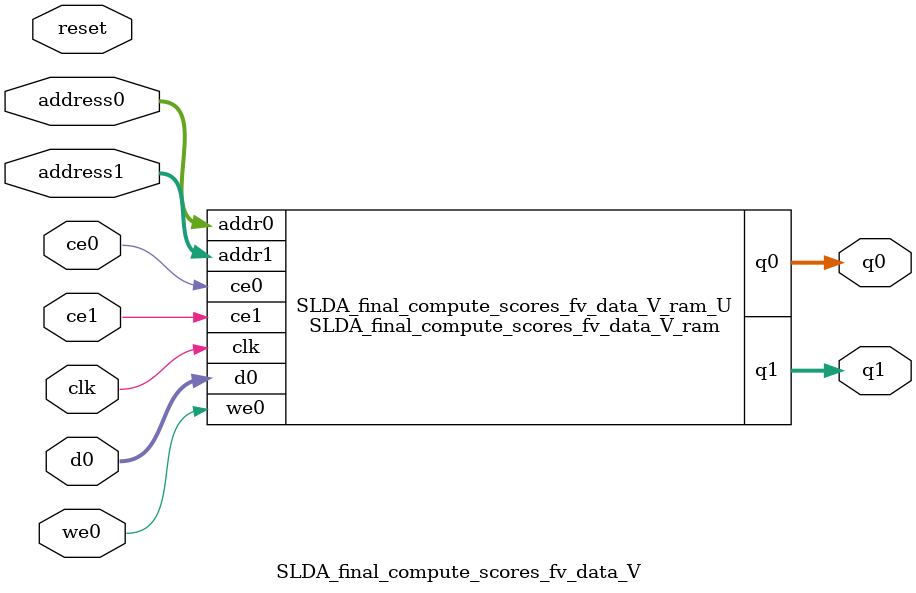
<source format=v>
`timescale 1 ns / 1 ps
module SLDA_final_compute_scores_fv_data_V_ram (addr0, ce0, d0, we0, q0, addr1, ce1, q1,  clk);

parameter DWIDTH = 24;
parameter AWIDTH = 6;
parameter MEM_SIZE = 64;

input[AWIDTH-1:0] addr0;
input ce0;
input[DWIDTH-1:0] d0;
input we0;
output reg[DWIDTH-1:0] q0;
input[AWIDTH-1:0] addr1;
input ce1;
output reg[DWIDTH-1:0] q1;
input clk;

reg [DWIDTH-1:0] ram[0:MEM_SIZE-1];




always @(posedge clk)  
begin 
    if (ce0) begin
        if (we0) 
            ram[addr0] <= d0; 
        q0 <= ram[addr0];
    end
end


always @(posedge clk)  
begin 
    if (ce1) begin
        q1 <= ram[addr1];
    end
end


endmodule

`timescale 1 ns / 1 ps
module SLDA_final_compute_scores_fv_data_V(
    reset,
    clk,
    address0,
    ce0,
    we0,
    d0,
    q0,
    address1,
    ce1,
    q1);

parameter DataWidth = 32'd24;
parameter AddressRange = 32'd64;
parameter AddressWidth = 32'd6;
input reset;
input clk;
input[AddressWidth - 1:0] address0;
input ce0;
input we0;
input[DataWidth - 1:0] d0;
output[DataWidth - 1:0] q0;
input[AddressWidth - 1:0] address1;
input ce1;
output[DataWidth - 1:0] q1;



SLDA_final_compute_scores_fv_data_V_ram SLDA_final_compute_scores_fv_data_V_ram_U(
    .clk( clk ),
    .addr0( address0 ),
    .ce0( ce0 ),
    .we0( we0 ),
    .d0( d0 ),
    .q0( q0 ),
    .addr1( address1 ),
    .ce1( ce1 ),
    .q1( q1 ));

endmodule


</source>
